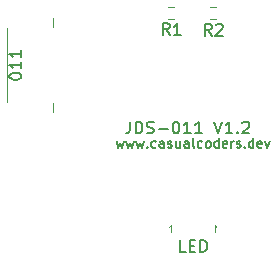
<source format=gbr>
%TF.GenerationSoftware,KiCad,Pcbnew,(6.0.9)*%
%TF.CreationDate,2022-11-22T21:50:02-05:00*%
%TF.ProjectId,011,3031312e-6b69-4636-9164-5f7063625858,rev?*%
%TF.SameCoordinates,Original*%
%TF.FileFunction,Legend,Top*%
%TF.FilePolarity,Positive*%
%FSLAX46Y46*%
G04 Gerber Fmt 4.6, Leading zero omitted, Abs format (unit mm)*
G04 Created by KiCad (PCBNEW (6.0.9)) date 2022-11-22 21:50:02*
%MOMM*%
%LPD*%
G01*
G04 APERTURE LIST*
%ADD10C,0.150000*%
%ADD11C,0.120000*%
G04 APERTURE END LIST*
D10*
X113462609Y-65338571D02*
X113614990Y-65871904D01*
X113767371Y-65490952D01*
X113919752Y-65871904D01*
X114072133Y-65338571D01*
X114300704Y-65338571D02*
X114453085Y-65871904D01*
X114605466Y-65490952D01*
X114757847Y-65871904D01*
X114910228Y-65338571D01*
X115138800Y-65338571D02*
X115291180Y-65871904D01*
X115443561Y-65490952D01*
X115595942Y-65871904D01*
X115748323Y-65338571D01*
X116053085Y-65795714D02*
X116091180Y-65833809D01*
X116053085Y-65871904D01*
X116014990Y-65833809D01*
X116053085Y-65795714D01*
X116053085Y-65871904D01*
X116776895Y-65833809D02*
X116700704Y-65871904D01*
X116548323Y-65871904D01*
X116472133Y-65833809D01*
X116434038Y-65795714D01*
X116395942Y-65719523D01*
X116395942Y-65490952D01*
X116434038Y-65414761D01*
X116472133Y-65376666D01*
X116548323Y-65338571D01*
X116700704Y-65338571D01*
X116776895Y-65376666D01*
X117462609Y-65871904D02*
X117462609Y-65452857D01*
X117424514Y-65376666D01*
X117348323Y-65338571D01*
X117195942Y-65338571D01*
X117119752Y-65376666D01*
X117462609Y-65833809D02*
X117386419Y-65871904D01*
X117195942Y-65871904D01*
X117119752Y-65833809D01*
X117081657Y-65757619D01*
X117081657Y-65681428D01*
X117119752Y-65605238D01*
X117195942Y-65567142D01*
X117386419Y-65567142D01*
X117462609Y-65529047D01*
X117805466Y-65833809D02*
X117881657Y-65871904D01*
X118034038Y-65871904D01*
X118110228Y-65833809D01*
X118148323Y-65757619D01*
X118148323Y-65719523D01*
X118110228Y-65643333D01*
X118034038Y-65605238D01*
X117919752Y-65605238D01*
X117843561Y-65567142D01*
X117805466Y-65490952D01*
X117805466Y-65452857D01*
X117843561Y-65376666D01*
X117919752Y-65338571D01*
X118034038Y-65338571D01*
X118110228Y-65376666D01*
X118834038Y-65338571D02*
X118834038Y-65871904D01*
X118491180Y-65338571D02*
X118491180Y-65757619D01*
X118529276Y-65833809D01*
X118605466Y-65871904D01*
X118719752Y-65871904D01*
X118795942Y-65833809D01*
X118834038Y-65795714D01*
X119557847Y-65871904D02*
X119557847Y-65452857D01*
X119519752Y-65376666D01*
X119443561Y-65338571D01*
X119291180Y-65338571D01*
X119214990Y-65376666D01*
X119557847Y-65833809D02*
X119481657Y-65871904D01*
X119291180Y-65871904D01*
X119214990Y-65833809D01*
X119176895Y-65757619D01*
X119176895Y-65681428D01*
X119214990Y-65605238D01*
X119291180Y-65567142D01*
X119481657Y-65567142D01*
X119557847Y-65529047D01*
X120053085Y-65871904D02*
X119976895Y-65833809D01*
X119938800Y-65757619D01*
X119938800Y-65071904D01*
X120700704Y-65833809D02*
X120624514Y-65871904D01*
X120472133Y-65871904D01*
X120395942Y-65833809D01*
X120357847Y-65795714D01*
X120319752Y-65719523D01*
X120319752Y-65490952D01*
X120357847Y-65414761D01*
X120395942Y-65376666D01*
X120472133Y-65338571D01*
X120624514Y-65338571D01*
X120700704Y-65376666D01*
X121157847Y-65871904D02*
X121081657Y-65833809D01*
X121043561Y-65795714D01*
X121005466Y-65719523D01*
X121005466Y-65490952D01*
X121043561Y-65414761D01*
X121081657Y-65376666D01*
X121157847Y-65338571D01*
X121272133Y-65338571D01*
X121348323Y-65376666D01*
X121386419Y-65414761D01*
X121424514Y-65490952D01*
X121424514Y-65719523D01*
X121386419Y-65795714D01*
X121348323Y-65833809D01*
X121272133Y-65871904D01*
X121157847Y-65871904D01*
X122110228Y-65871904D02*
X122110228Y-65071904D01*
X122110228Y-65833809D02*
X122034038Y-65871904D01*
X121881657Y-65871904D01*
X121805466Y-65833809D01*
X121767371Y-65795714D01*
X121729276Y-65719523D01*
X121729276Y-65490952D01*
X121767371Y-65414761D01*
X121805466Y-65376666D01*
X121881657Y-65338571D01*
X122034038Y-65338571D01*
X122110228Y-65376666D01*
X122795942Y-65833809D02*
X122719752Y-65871904D01*
X122567371Y-65871904D01*
X122491180Y-65833809D01*
X122453085Y-65757619D01*
X122453085Y-65452857D01*
X122491180Y-65376666D01*
X122567371Y-65338571D01*
X122719752Y-65338571D01*
X122795942Y-65376666D01*
X122834038Y-65452857D01*
X122834038Y-65529047D01*
X122453085Y-65605238D01*
X123176895Y-65871904D02*
X123176895Y-65338571D01*
X123176895Y-65490952D02*
X123214990Y-65414761D01*
X123253085Y-65376666D01*
X123329276Y-65338571D01*
X123405466Y-65338571D01*
X123634038Y-65833809D02*
X123710228Y-65871904D01*
X123862609Y-65871904D01*
X123938800Y-65833809D01*
X123976895Y-65757619D01*
X123976895Y-65719523D01*
X123938800Y-65643333D01*
X123862609Y-65605238D01*
X123748323Y-65605238D01*
X123672133Y-65567142D01*
X123634038Y-65490952D01*
X123634038Y-65452857D01*
X123672133Y-65376666D01*
X123748323Y-65338571D01*
X123862609Y-65338571D01*
X123938800Y-65376666D01*
X124319752Y-65795714D02*
X124357847Y-65833809D01*
X124319752Y-65871904D01*
X124281657Y-65833809D01*
X124319752Y-65795714D01*
X124319752Y-65871904D01*
X125043561Y-65871904D02*
X125043561Y-65071904D01*
X125043561Y-65833809D02*
X124967371Y-65871904D01*
X124814990Y-65871904D01*
X124738800Y-65833809D01*
X124700704Y-65795714D01*
X124662609Y-65719523D01*
X124662609Y-65490952D01*
X124700704Y-65414761D01*
X124738800Y-65376666D01*
X124814990Y-65338571D01*
X124967371Y-65338571D01*
X125043561Y-65376666D01*
X125729276Y-65833809D02*
X125653085Y-65871904D01*
X125500704Y-65871904D01*
X125424514Y-65833809D01*
X125386419Y-65757619D01*
X125386419Y-65452857D01*
X125424514Y-65376666D01*
X125500704Y-65338571D01*
X125653085Y-65338571D01*
X125729276Y-65376666D01*
X125767371Y-65452857D01*
X125767371Y-65529047D01*
X125386419Y-65605238D01*
X126034038Y-65338571D02*
X126224514Y-65871904D01*
X126414990Y-65338571D01*
X114599047Y-63662380D02*
X114599047Y-64376666D01*
X114551428Y-64519523D01*
X114456190Y-64614761D01*
X114313333Y-64662380D01*
X114218095Y-64662380D01*
X115075238Y-64662380D02*
X115075238Y-63662380D01*
X115313333Y-63662380D01*
X115456190Y-63710000D01*
X115551428Y-63805238D01*
X115599047Y-63900476D01*
X115646666Y-64090952D01*
X115646666Y-64233809D01*
X115599047Y-64424285D01*
X115551428Y-64519523D01*
X115456190Y-64614761D01*
X115313333Y-64662380D01*
X115075238Y-64662380D01*
X116027619Y-64614761D02*
X116170476Y-64662380D01*
X116408571Y-64662380D01*
X116503809Y-64614761D01*
X116551428Y-64567142D01*
X116599047Y-64471904D01*
X116599047Y-64376666D01*
X116551428Y-64281428D01*
X116503809Y-64233809D01*
X116408571Y-64186190D01*
X116218095Y-64138571D01*
X116122857Y-64090952D01*
X116075238Y-64043333D01*
X116027619Y-63948095D01*
X116027619Y-63852857D01*
X116075238Y-63757619D01*
X116122857Y-63710000D01*
X116218095Y-63662380D01*
X116456190Y-63662380D01*
X116599047Y-63710000D01*
X117027619Y-64281428D02*
X117789523Y-64281428D01*
X118456190Y-63662380D02*
X118551428Y-63662380D01*
X118646666Y-63710000D01*
X118694285Y-63757619D01*
X118741904Y-63852857D01*
X118789523Y-64043333D01*
X118789523Y-64281428D01*
X118741904Y-64471904D01*
X118694285Y-64567142D01*
X118646666Y-64614761D01*
X118551428Y-64662380D01*
X118456190Y-64662380D01*
X118360952Y-64614761D01*
X118313333Y-64567142D01*
X118265714Y-64471904D01*
X118218095Y-64281428D01*
X118218095Y-64043333D01*
X118265714Y-63852857D01*
X118313333Y-63757619D01*
X118360952Y-63710000D01*
X118456190Y-63662380D01*
X119741904Y-64662380D02*
X119170476Y-64662380D01*
X119456190Y-64662380D02*
X119456190Y-63662380D01*
X119360952Y-63805238D01*
X119265714Y-63900476D01*
X119170476Y-63948095D01*
X120694285Y-64662380D02*
X120122857Y-64662380D01*
X120408571Y-64662380D02*
X120408571Y-63662380D01*
X120313333Y-63805238D01*
X120218095Y-63900476D01*
X120122857Y-63948095D01*
X121741904Y-63662380D02*
X122075238Y-64662380D01*
X122408571Y-63662380D01*
X123265714Y-64662380D02*
X122694285Y-64662380D01*
X122980000Y-64662380D02*
X122980000Y-63662380D01*
X122884761Y-63805238D01*
X122789523Y-63900476D01*
X122694285Y-63948095D01*
X123694285Y-64567142D02*
X123741904Y-64614761D01*
X123694285Y-64662380D01*
X123646666Y-64614761D01*
X123694285Y-64567142D01*
X123694285Y-64662380D01*
X124122857Y-63757619D02*
X124170476Y-63710000D01*
X124265714Y-63662380D01*
X124503809Y-63662380D01*
X124599047Y-63710000D01*
X124646666Y-63757619D01*
X124694285Y-63852857D01*
X124694285Y-63948095D01*
X124646666Y-64090952D01*
X124075238Y-64662380D01*
X124694285Y-64662380D01*
%TO.C,R2*%
X121499333Y-56391480D02*
X121166000Y-55915290D01*
X120927904Y-56391480D02*
X120927904Y-55391480D01*
X121308857Y-55391480D01*
X121404095Y-55439100D01*
X121451714Y-55486719D01*
X121499333Y-55581957D01*
X121499333Y-55724814D01*
X121451714Y-55820052D01*
X121404095Y-55867671D01*
X121308857Y-55915290D01*
X120927904Y-55915290D01*
X121880285Y-55486719D02*
X121927904Y-55439100D01*
X122023142Y-55391480D01*
X122261238Y-55391480D01*
X122356476Y-55439100D01*
X122404095Y-55486719D01*
X122451714Y-55581957D01*
X122451714Y-55677195D01*
X122404095Y-55820052D01*
X121832666Y-56391480D01*
X122451714Y-56391480D01*
%TO.C,R1*%
X117943333Y-56332380D02*
X117610000Y-55856190D01*
X117371904Y-56332380D02*
X117371904Y-55332380D01*
X117752857Y-55332380D01*
X117848095Y-55380000D01*
X117895714Y-55427619D01*
X117943333Y-55522857D01*
X117943333Y-55665714D01*
X117895714Y-55760952D01*
X117848095Y-55808571D01*
X117752857Y-55856190D01*
X117371904Y-55856190D01*
X118895714Y-56332380D02*
X118324285Y-56332380D01*
X118610000Y-56332380D02*
X118610000Y-55332380D01*
X118514761Y-55475238D01*
X118419523Y-55570476D01*
X118324285Y-55618095D01*
%TO.C,011*%
X104392480Y-59874599D02*
X104392480Y-59779360D01*
X104440100Y-59684122D01*
X104487719Y-59636503D01*
X104582957Y-59588884D01*
X104773433Y-59541265D01*
X105011528Y-59541265D01*
X105202004Y-59588884D01*
X105297242Y-59636503D01*
X105344861Y-59684122D01*
X105392480Y-59779360D01*
X105392480Y-59874599D01*
X105344861Y-59969837D01*
X105297242Y-60017456D01*
X105202004Y-60065075D01*
X105011528Y-60112694D01*
X104773433Y-60112694D01*
X104582957Y-60065075D01*
X104487719Y-60017456D01*
X104440100Y-59969837D01*
X104392480Y-59874599D01*
X105392480Y-58588884D02*
X105392480Y-59160313D01*
X105392480Y-58874599D02*
X104392480Y-58874599D01*
X104535338Y-58969837D01*
X104630576Y-59065075D01*
X104678195Y-59160313D01*
X105392480Y-57636503D02*
X105392480Y-58207932D01*
X105392480Y-57922218D02*
X104392480Y-57922218D01*
X104535338Y-58017456D01*
X104630576Y-58112694D01*
X104678195Y-58207932D01*
%TO.C,LED*%
X119327142Y-74702380D02*
X118850952Y-74702380D01*
X118850952Y-73702380D01*
X119660476Y-74178571D02*
X119993809Y-74178571D01*
X120136666Y-74702380D02*
X119660476Y-74702380D01*
X119660476Y-73702380D01*
X120136666Y-73702380D01*
X120565238Y-74702380D02*
X120565238Y-73702380D01*
X120803333Y-73702380D01*
X120946190Y-73750000D01*
X121041428Y-73845238D01*
X121089047Y-73940476D01*
X121136666Y-74130952D01*
X121136666Y-74273809D01*
X121089047Y-74464285D01*
X121041428Y-74559523D01*
X120946190Y-74654761D01*
X120803333Y-74702380D01*
X120565238Y-74702380D01*
D11*
%TO.C,R2*%
X121920724Y-53957500D02*
X121411276Y-53957500D01*
X121920724Y-55002500D02*
X121411276Y-55002500D01*
%TO.C,R1*%
X117855276Y-53948400D02*
X118364724Y-53948400D01*
X117855276Y-54993400D02*
X118364724Y-54993400D01*
%TO.C,011*%
X108072200Y-55617254D02*
X108072200Y-54899499D01*
X108072200Y-62849699D02*
X108072200Y-62131944D01*
X104211400Y-55716099D02*
X104211400Y-62033099D01*
%TO.C,LED*%
X121770000Y-72380000D02*
X121920000Y-72580000D01*
X121770000Y-73030000D02*
X121770000Y-72380000D01*
X118040000Y-73030000D02*
X118040000Y-72380000D01*
X118040000Y-72380000D02*
X117890000Y-72580000D01*
X118520000Y-73180000D02*
G75*
G03*
X118520000Y-73180000I-50000J0D01*
G01*
%TD*%
M02*

</source>
